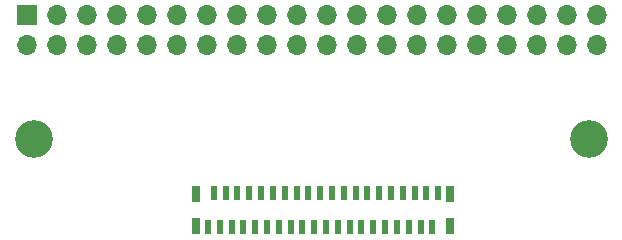
<source format=gbr>
G04 #@! TF.GenerationSoftware,KiCad,Pcbnew,(6.0.9-0)*
G04 #@! TF.CreationDate,2022-12-14T16:06:14+03:00*
G04 #@! TF.ProjectId,pi3_extension_board,7069335f-6578-4746-956e-73696f6e5f62,rev?*
G04 #@! TF.SameCoordinates,Original*
G04 #@! TF.FileFunction,Soldermask,Top*
G04 #@! TF.FilePolarity,Negative*
%FSLAX46Y46*%
G04 Gerber Fmt 4.6, Leading zero omitted, Abs format (unit mm)*
G04 Created by KiCad (PCBNEW (6.0.9-0)) date 2022-12-14 16:06:14*
%MOMM*%
%LPD*%
G01*
G04 APERTURE LIST*
%ADD10C,3.200000*%
%ADD11O,1.700000X1.700000*%
%ADD12R,1.700000X1.700000*%
%ADD13R,0.600000X1.200000*%
%ADD14R,0.800000X1.400000*%
G04 APERTURE END LIST*
D10*
X157500000Y-54500000D03*
X110500000Y-54500000D03*
D11*
X158210000Y-46550000D03*
X158210000Y-44010000D03*
X155670000Y-46550000D03*
X155670000Y-44010000D03*
X153130000Y-46550000D03*
X153130000Y-44010000D03*
X150590000Y-46550000D03*
X150590000Y-44010000D03*
X148050000Y-46550000D03*
X148050000Y-44010000D03*
X145510000Y-46550000D03*
X145510000Y-44010000D03*
X142970000Y-46550000D03*
X142970000Y-44010000D03*
X140430000Y-46550000D03*
X140430000Y-44010000D03*
X137890000Y-46550000D03*
X137890000Y-44010000D03*
X135350000Y-46550000D03*
X135350000Y-44010000D03*
X132810000Y-46550000D03*
X132810000Y-44010000D03*
X130270000Y-46550000D03*
X130270000Y-44010000D03*
X127730000Y-46550000D03*
X127730000Y-44010000D03*
X125190000Y-46550000D03*
X125190000Y-44010000D03*
X122650000Y-46550000D03*
X122650000Y-44010000D03*
X120110000Y-46550000D03*
X120110000Y-44010000D03*
X117570000Y-46550000D03*
X117570000Y-44010000D03*
X115030000Y-46550000D03*
X115030000Y-44010000D03*
X112490000Y-46550000D03*
X112490000Y-44010000D03*
X109950000Y-46550000D03*
D12*
X109950000Y-44010000D03*
D13*
X125250000Y-61950000D03*
X125750000Y-59050000D03*
X126250000Y-61950000D03*
X126750000Y-59050000D03*
X127250000Y-61950000D03*
X127750000Y-59050000D03*
X128250000Y-61950000D03*
X128750000Y-59050000D03*
X129250000Y-61950000D03*
X129750000Y-59050000D03*
X130250000Y-61950000D03*
X130750000Y-59050000D03*
X131250000Y-61950000D03*
X131750000Y-59050000D03*
X132250000Y-61950000D03*
X132750000Y-59050000D03*
X133250000Y-61950000D03*
X133750000Y-59050000D03*
X134250000Y-61950000D03*
X134750000Y-59050000D03*
X135250000Y-61950000D03*
X135750000Y-59050000D03*
X136250000Y-61950000D03*
X136750000Y-59050000D03*
X137250000Y-61950000D03*
X137750000Y-59050000D03*
X138250000Y-61950000D03*
X138750000Y-59050000D03*
X139250000Y-61950000D03*
X139750000Y-59050000D03*
X140250000Y-61950000D03*
X140750000Y-59050000D03*
X141250000Y-61950000D03*
X141750000Y-59050000D03*
X142250000Y-61950000D03*
X142750000Y-59050000D03*
X143250000Y-61950000D03*
X143750000Y-59050000D03*
X144250000Y-61950000D03*
X144750000Y-59050000D03*
D14*
X124250000Y-59150000D03*
X124250000Y-61850000D03*
X145750000Y-61850000D03*
X145750000Y-59150000D03*
M02*

</source>
